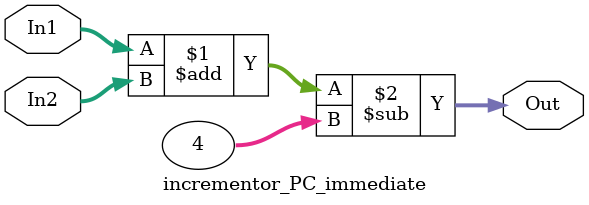
<source format=v>
`timescale 1ns / 1ps
module incrementor_PC_immediate(
    input wire [31:0] In1,
    input wire [31:0] In2,
    output wire [31:0] Out
    );
	 
	 //assign Out = In1 + In2; 
	 assign Out = In1 + In2 - 32'b100; // PC + 4 + (Immed-4) 


endmodule

</source>
